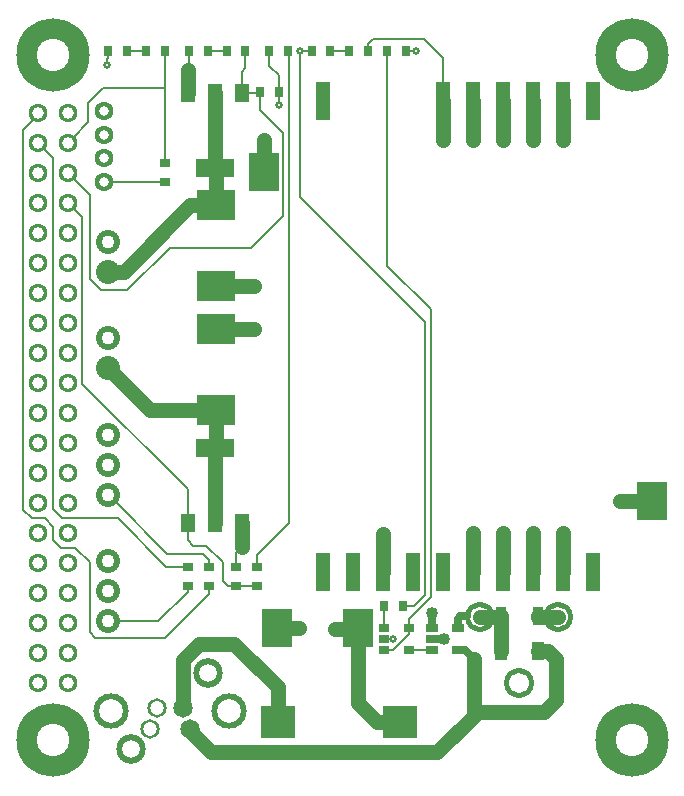
<source format=gbr>
G04 GENERATED BY PULSONIX 11.0 GERBER.DLL 8468*
G04 #@! TF.GenerationSoftware,Pulsonix,Pulsonix,11.0.8468*
G04 #@! TF.CreationDate,2022-02-02T18:24:52+05:00*
G04 #@! TF.Part,Single*
%INCSPAM*%
%LNTOP*%
%FSLAX35Y35*%
%LPD*%
%MOIN*%
G04 #@! TF.FileFunction,Copper,L1,Top*
G04 #@! TF.FilePolarity,Positive*
G04 #@! TA.AperFunction,Conductor*
%ADD12C,0.00800*%
G04 #@! TA.AperFunction,ViaPad*
%ADD70C,0.02600X0.01000*%
%ADD81C,0.04000X0.02800*%
G04 #@! TA.AperFunction,Conductor*
%ADD83C,0.02500*%
%ADD84C,0.05000*%
G04 #@! TA.AperFunction,ComponentPad*
%ADD94C,0.10000X0.06700*%
G04 #@! TA.AperFunction,SMDPad,CuDef*
%ADD107R,0.03543X0.03150*%
%ADD108R,0.03150X0.03543*%
%ADD116R,0.03937X0.05906*%
%ADD120R,0.03543X0.06299*%
G04 #@! TA.AperFunction,ComponentPad*
%ADD133C,0.06299X0.03937*%
%ADD134C,0.24409X0.10827*%
%ADD135C,0.06299X0.03150*%
%ADD136C,0.08000X0.04300*%
%ADD137C,0.06496X0.04724*%
%ADD138C,0.09843X0.05906*%
%ADD139C,0.11811X0.07874*%
G04 #@! TA.AperFunction,SMDPad,CuDef*
%ADD161R,0.04724X0.12598*%
%ADD162R,0.09843X0.12598*%
%ADD163R,0.11496X0.10984*%
%ADD164R,0.03937X0.02756*%
%ADD165R,0.09843X0.12992*%
%ADD166R,0.12992X0.09843*%
%ADD167R,0.03543X0.02756*%
%ADD168R,0.04724X0.06299*%
%ADD169R,0.12992X0.06299*%
G04 #@! TD.AperFunction*
X0Y0D02*
D02*
D12*
X362362Y85211D02*
X370041D01*
X354094Y88951D02*
X356147D01*
X362362Y92691D02*
Y95644D01*
X369646Y102928D01*
Y198793D01*
X355078Y213361D01*
Y285014D01*
X362362Y92691D02*
Y90526D01*
X357047Y85211D01*
X354094D01*
X264715Y94857D02*
X278701D01*
X288543Y104699D01*
Y106667D01*
X353897Y99975D02*
X354094D01*
Y92691D01*
X304685Y106667D02*
X311772D01*
X295630Y112967D02*
Y115329D01*
X293661Y117298D01*
X281851D01*
X263969Y135180D01*
X288543Y112967D02*
X281457D01*
X265315Y129109D01*
X246811D01*
X243661Y132258D01*
Y249266D01*
X240336Y252591D01*
X305381Y118387D02*
X304685Y117691D01*
Y112967D01*
X288543Y127731D02*
Y122022D01*
X290512Y120054D01*
X294843D01*
X300354Y114542D01*
Y108242D01*
X301929Y106667D01*
X304685D01*
X288543Y127731D02*
Y138951D01*
X253504Y173991D01*
Y229424D01*
X250336Y232591D01*
X281063Y241313D02*
X262565D01*
X237427Y262245D02*
X233819Y258636D01*
Y131865D01*
X236575Y129109D01*
X240906D01*
X243661Y126353D01*
Y122022D01*
X246417Y119266D01*
X251142D01*
X255866Y114542D01*
Y91313D01*
X257835Y89345D01*
X281063D01*
X295630Y103912D01*
Y106667D01*
X373583Y268085D02*
Y282601D01*
X367283Y288900D01*
X350354D01*
X348780Y287326D01*
Y285014D01*
X312559Y271038D02*
Y265329D01*
X320433Y257455D01*
Y229896D01*
X309803Y219266D01*
X282638D01*
X268465Y205093D01*
X259803D01*
X255866Y209030D01*
Y237061D01*
X250336Y242591D01*
X312559Y271038D02*
Y271235D01*
Y271038D02*
X306654D01*
Y277927D01*
X307835Y279109D01*
Y285014D01*
X288543Y271038D02*
X288937D01*
Y281471D01*
X288937Y281471D01*
Y285014D01*
X318859Y271235D02*
Y276747D01*
X315708Y279897D01*
Y285014D01*
X318859Y271235D02*
Y267804D01*
X281063Y272416D02*
Y275565D01*
X281063D01*
Y285014D01*
X281063Y272416D02*
X260197D01*
X255472Y267691D01*
Y261077D01*
X250336Y255941D01*
X281063Y272416D02*
Y247613D01*
X325945Y284114D02*
Y236196D01*
X367677Y194463D01*
Y103518D01*
X364134Y99975D01*
X360197D01*
X361378Y285014D02*
X363628D01*
X342480D02*
X336181D01*
X326845D02*
X329881D01*
X322008D02*
X322402D01*
Y127534D01*
X311772Y116904D01*
Y112967D01*
X295237Y285014D02*
X301535D01*
X274763D02*
X268465D01*
X262165D02*
Y282652D01*
X261771D01*
Y281190D01*
D02*
D70*
X357047Y88951D03*
X318859Y266904D03*
X261771Y280290D03*
X364528Y285014D03*
X325945D03*
D02*
D81*
X373976Y88951D03*
X337756Y92099D03*
X325551Y92495D03*
X370041Y97613D03*
X306654Y119660D03*
X353583Y123991D03*
X413583Y124384D03*
X403583D03*
X393583D03*
X383583D03*
X432638Y135014D03*
X310591Y192101D03*
Y206668D03*
X413583Y255093D03*
X403583D03*
X393583D03*
X383583D03*
X373583D03*
X314055D03*
X288543Y278715D03*
D02*
D83*
X383898Y82258D02*
X380945Y85211D01*
X378699D01*
X370041Y88951D02*
X373976D01*
X381573Y96432D02*
X379488D01*
X378699Y95642D01*
Y92691D01*
X370041Y97613D02*
Y92691D01*
D02*
D84*
X318681Y61392D02*
Y72810D01*
X304114Y87376D01*
X292382D01*
X286870Y81865D01*
Y65920D01*
X383898Y64542D02*
X407441D01*
X411378Y68479D01*
Y82258D01*
X408622Y85014D01*
X405472D01*
X383898Y64542D02*
Y63361D01*
X371693Y51156D01*
X296417D01*
X289331Y58243D01*
Y59030D01*
X383898Y64542D02*
Y82258D01*
X392874Y85014D02*
Y96432D01*
X393071D01*
X345236Y92099D02*
X337756D01*
X345236D02*
Y67691D01*
X351535Y61392D01*
X359193D01*
X345236Y92099D02*
Y92495D01*
X318465D02*
X325551D01*
X386173Y96384D02*
X393071D01*
Y96432D01*
X405275D02*
Y96384D01*
X412173D01*
X413583Y111392D02*
Y124384D01*
X403583Y111392D02*
Y124384D01*
X393583Y111392D02*
Y124384D01*
X383583Y111392D02*
Y124384D01*
X353583Y111392D02*
Y123991D01*
X306654Y119660D02*
Y127731D01*
X443268Y135014D02*
X432638D01*
X297598Y152731D02*
Y127731D01*
Y152731D02*
X297992Y152534D01*
Y165329D01*
X275945D01*
X262165Y179109D01*
X297992Y192101D02*
X310591D01*
X297992Y206668D02*
X310591D01*
X297992Y233439D02*
X289331D01*
X267283Y211392D01*
X262165D01*
X297992Y233439D02*
Y246235D01*
X297598Y246038D01*
X314055Y244463D02*
Y255093D01*
X297598Y246038D02*
Y271038D01*
X413583Y255093D02*
Y268085D01*
X403583D02*
Y255093D01*
X393583Y268085D02*
Y255093D01*
X383583Y268085D02*
Y255093D01*
X373583Y268085D02*
Y255093D01*
X288543Y271038D02*
Y278715D01*
D02*
D94*
X399173Y74384D03*
X412173Y96384D03*
X386173D03*
D02*
D107*
X311772Y106667D03*
X304685D03*
X295630D03*
X288543D03*
X311772Y112967D03*
X304685D03*
X295630D03*
X288543D03*
X281063Y241313D03*
Y247613D03*
D02*
D108*
X360197Y99975D03*
X353897D03*
X318859Y271235D03*
X312559D03*
X361378Y285014D03*
X355078D03*
X348780D03*
X342480D03*
X336181D03*
X329881D03*
X322008D03*
X315708D03*
X307835D03*
X301535D03*
X295237D03*
X288937D03*
X281063D03*
X274763D03*
X268465D03*
X262165D03*
D02*
D116*
X405472Y85014D03*
X392874D03*
D02*
D120*
X405275Y96432D03*
X393071D03*
D02*
D133*
X248661Y74266D03*
X238661D03*
X248661Y84266D03*
X238661D03*
X248661Y94266D03*
X238661D03*
X248661Y104266D03*
X238661D03*
X248661Y114266D03*
X238661D03*
X248661Y124266D03*
X238661D03*
X248661Y134266D03*
X238661D03*
X248661Y144266D03*
X238661D03*
X248661Y154266D03*
X238661D03*
X248661Y164266D03*
X238661D03*
X248661Y174266D03*
X238661D03*
X248661Y184266D03*
X238661D03*
X248661Y194266D03*
X238661D03*
X248661Y204266D03*
X238661D03*
X248661Y214266D03*
X238661D03*
X248661Y224266D03*
X238661D03*
X248661Y234266D03*
X238661D03*
X248661Y244266D03*
X238661D03*
X248661Y254266D03*
X238661D03*
X248661Y264266D03*
X238661D03*
D02*
D134*
X436575Y55093D03*
X243661D03*
X436575Y283439D03*
X243661D03*
D02*
D135*
X260591Y241313D03*
Y249187D03*
Y257061D03*
Y264936D03*
D02*
D136*
X262165Y94857D03*
Y104857D03*
Y114857D03*
Y136983D03*
Y146983D03*
Y156983D03*
Y179109D03*
Y189109D03*
Y211392D03*
Y221392D03*
D02*
D137*
X289331Y59030D03*
X275945D03*
X286870Y65920D03*
X278406D03*
D02*
D138*
X269843Y52140D03*
X295433Y77731D03*
D02*
D139*
X302323Y64936D03*
X262953D03*
D02*
D161*
X423583Y111392D03*
X413583D03*
X403583D03*
X393583D03*
X383583D03*
X373583D03*
X363583D03*
X353583D03*
X343583D03*
X333583D03*
X423583Y268085D03*
X413583D03*
X403583D03*
X393583D03*
X383583D03*
X373583D03*
X333583D03*
D02*
D162*
X443268Y135014D03*
X314055Y244463D03*
D02*
D163*
X359193Y61392D03*
X318681D03*
D02*
D164*
X378699Y85211D03*
X370041D03*
Y88951D03*
X378699Y92691D03*
X370041D03*
D02*
D165*
X345236Y92495D03*
X318465D03*
D02*
D166*
X297992Y165329D03*
Y192101D03*
Y206668D03*
Y233439D03*
D02*
D167*
X362362Y85211D03*
X354094D03*
Y88951D03*
X362362Y92691D03*
X354094D03*
D02*
D168*
X306654Y127731D03*
X297598D03*
X288543D03*
X306654Y271038D03*
X297598D03*
X288543D03*
D02*
D169*
X297598Y152731D03*
Y246038D03*
X0Y0D02*
M02*

</source>
